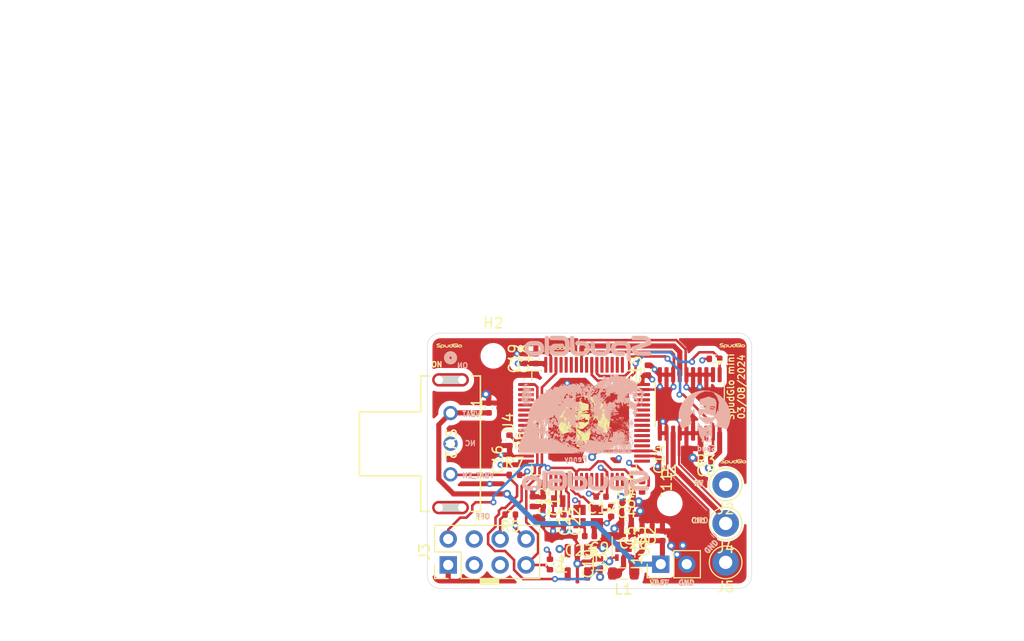
<source format=kicad_pcb>
(kicad_pcb (version 20240108) (generator "pcbnew") (generator_version "8.0")
  (layers (0 "F.Cu" signal) (1 "In1.Cu" power "GND") (2 "In2.Cu" power "PWR") (31 "B.Cu" signal) (34 "B.Paste" user) (35 "F.Paste" user) (36 "B.SilkS" user "B.Silkscreen") (37 "F.SilkS" user "F.Silkscreen") (38 "B.Mask" user) (39 "F.Mask" user) (44 "Edge.Cuts" user))
  (net 0 "")
  (net 1 "GND")
  (net 2 "/OSC48_LO")
  (net 3 "/OSC48_HI")
  (net 4 "/OSC32K_HI")
  (net 5 "/OSC32K_LO")
  (net 6 "+3V3")
  (net 7 "NRST")
  (net 8 "/BOOT0")
  (net 9 "/SWCLK")
  (net 10 "/SWDIO")
  (net 11 "/LVL_EN")
  (net 12 "/LVL_DIR")
  (net 13 "VBAT_EN")
  (net 14 "+5V")
  (net 16 "TIM1_CH1_SHIFT")
  (net 17 "TIM1_CH1")
  (net 60 "Net-(U1-IND)")
  (net 61 "VBAT")
  (footprint "LOGO" (layer "F.Cu") (at 193.128451 59.10577)
    (property "Reference" "G***" (hide yes))
    (property "Value" "LOGO" (hide yes))
  )
  (footprint "Capacitor_SMD:C_0402_1005Metric" (layer "F.Cu") (at 187.452 52.957799 90)
    (property "Reference" "C19")
    (property "Value" "1u")
  )
  (footprint "Capacitor_SMD:C_0402_1005Metric" (layer "F.Cu") (at 199.39 54.09 90)
    (property "Reference" "C15")
    (property "Value" "0.1u" (hide yes))
  )
  (footprint "Connector_PinHeader_2.54mm:PinHeader_1x02_P2.54mm_Vertical" (layer "F.Cu") (at 200.66 73.0758 90)
    (property "Reference" "J1")
    (property "Value" "Conn_01x02_Socket")
  )
  (footprint "Capacitor_SMD:C_0402_1005Metric" (layer "F.Cu") (at 197.3 68.19)
    (property "Reference" "C6")
    (property "Value" "10uF")
  )
  (footprint "Capacitor_SMD:C_0402_1005Metric" (layer "F.Cu") (at 192.74 70.33 180)
    (property "Reference" "C23")
    (property "Value" "6p")
  )
  (footprint "Connector_Pin:Pin_D1.3mm_L11.0mm" (layer "F.Cu") (at 207.01 65.278)
    (property "Reference" "J2")
    (property "Value" "Conn_01x01_Male")
  )
  (footprint "Capacitor_SMD:C_0402_1005Metric" (layer "F.Cu") (at 200.451399 62.2578 -90)
    (property "Reference" "C14")
    (property "Value" "0.1u")
  )
  (footprint "Capacitor_SMD:C_0402_1005Metric" (layer "F.Cu") (at 197.82 65.48 -90)
    (property "Reference" "C11")
    (property "Value" "0.1u")
  )
  (footprint "Resistor_SMD:R_0402_1005Metric" (layer "F.Cu") (at 189.8142 73.103199 -90)
    (property "Reference" "R4")
    (property "Value" "10k")
  )
  (footprint "Capacitor_SMD:C_0402_1005Metric" (layer "F.Cu") (at 185.8718 62.867399 90)
    (property "Reference" "C16")
    (property "Value" "0.1u")
  )
  (footprint "Resistor_SMD:R_0402_1005Metric" (layer "F.Cu") (at 186.3364 64.339599)
    (property "Reference" "R7")
    (property "Value" "100k")
  )
  (footprint "Capacitor_SMD:C_0402_1005Metric" (layer "F.Cu") (at 194.818 66.4718 180)
    (property "Reference" "C17")
    (property "Value" "4.7u")
  )
  (footprint "Resistor_SMD:R_0402_1005Metric" (layer "F.Cu") (at 205.919799 52.9844)
    (property "Reference" "R2" (hide yes))
    (property "Value" "10k")
  )
  (footprint "Capacitor_SMD:C_0402_1005Metric" (layer "F.Cu") (at 188.132401 66.951599 -90)
    (property "Reference" "C12")
    (property "Value" "0.1u")
  )
  (footprint "Package_QFP:LQFP-64_10x10mm_P0.5mm" (layer "F.Cu") (at 193.1524 59.2434 90)
    (property "Reference" "U4")
    (property "Value" "STM32L431RCTx")
  )
  (footprint "Connector_Pin:Pin_D1.3mm_L11.0mm" (layer "F.Cu") (at 207.01 69.088)
    (property "Reference" "J4")
    (property "Value" "Conn_01x01_Male")
  )
  (footprint "Capacitor_SMD:C_0402_1005Metric" (layer "F.Cu") (at 189.123001 66.956799 -90)
    (property "Reference" "C13")
    (property "Value" "0.1u")
  )
  (footprint "LOGO" (layer "F.Cu") (at 179.96 51.7)
    (property "Reference" "G***" (hide yes))
    (property "Value" "LOGO" (hide yes))
  )
  (footprint "Capacitor_SMD:C_0402_1005Metric" (layer "F.Cu") (at 194.7164 73.0276 90)
    (property "Reference" "C10")
    (property "Value" "1u")
  )
  (footprint "MountingHole:MountingHole_2mm" (layer "F.Cu") (at 201.54 67.13)
    (property "Reference" "H1")
    (property "Value" "MountingHole")
  )
  (footprint "Resistor_SMD:R_0402_1005Metric" (layer "F.Cu") (at 205.077601 61.7728 180)
    (property "Reference" "R3")
    (property "Value" "10k")
  )
  (footprint "Capacitor_SMD:C_0402_1005Metric" (layer "F.Cu") (at 197.3 67.21)
    (property "Reference" "C7")
    (property "Value" "4.7uF")
  )
  (footprint "Capacitor_SMD:C_0402_1005Metric" (layer "F.Cu") (at 183.82 57.79 90)
    (property "Reference" "C1")
    (property "Value" "4.7uF")
  )
  (footprint "Resistor_SMD:R_0402_1005Metric" (layer "F.Cu") (at 185.928 68.2244 180)
    (property "Reference" "R5")
    (property "Value" "10k")
  )
  (footprint "Resistor_SMD:R_0402_1005Metric" (layer "F.Cu") (at 198.83 65.499999 90)
    (property "Reference" "R9")
    (property "Value" "10k")
  )
  (footprint "Connector_Pin:Pin_D1.3mm_L11.0mm" (layer "F.Cu") (at 207.01 72.898)
    (property "Reference" "J5")
    (property "Value" "Conn_01x01_Male")
  )
  (footprint "Capacitor_SMD:C_0402_1005Metric" (layer "F.Cu") (at 205.0796 62.7888 180)
    (property "Reference" "C8")
    (property "Value" "0.1u")
  )
  (footprint "Capacitor_SMD:C_0402_1005Metric" (layer "F.Cu") (at 194.6376 70.3326 180)
    (property "Reference" "C9")
    (property "Value" "1u")
  )
  (footprint "Capacitor_SMD:C_0402_1005Metric" (layer "F.Cu") (at 198.83 70.3 90)
    (property "Reference" "C5")
    (property "Value" "4.7uF")
  )
  (footprint "Connector_PinHeader_2.54mm:PinHeader_2x04_P2.54mm_Vertical" (layer "F.Cu") (at 179.8574 73.152 90)
    (property "Reference" "J3")
    (property "Value" "Conn_01x08_Male")
  )
  (footprint "srw_custom:XTAL_ECS-480-8-36-RWN-TR" (layer "F.Cu") (at 193.5598 68.418599 180)
    (property "Reference" "U5" (hide yes))
    (property "Value" "ECS-480-8-36-RWN-TR")
  )
  (footprint "srw_custom:XTAL_ECS-.327-9-1210-TR" (layer "F.Cu") (at 190.627701 66.903399)
    (property "Reference" "U6" (hide yes))
    (property "Value" "ECS-.327-9-1210-TR")
  )
  (footprint "Capacitor_SMD:C_0402_1005Metric" (layer "F.Cu") (at 191.135701 68.729598 -90)
    (property "Reference" "C22")
    (property "Value" "8p")
  )
  (footprint "Resistor_SMD:R_0402_1005Metric" (layer "F.Cu") (at 185.8538 60.961399 -90)
    (property "Reference" "R6")
    (property "Value" "10k")
  )
  (footprint "LOGO" (layer "F.Cu") (at 207.65 51.68)
    (property "Reference" "G***" (hide yes))
    (property "Value" "LOGO" (hide yes))
  )
  (footprint "Package_TO_SOT_SMD:SOT-23-5" (layer "F.Cu") (at 192.5 72.8975 -90)
    (property "Reference" "U3")
    (property "Value" "LP5907MFX-3.3")
  )
  (footprint "Capacitor_SMD:C_0402_1005Metric" (layer "F.Cu") (at 190.119702 68.729599 -90)
    (property "Reference" "C21")
    (property "Value" "8p")
  )
  (footprint "srw_custom:EG1206A_EWI" (layer "F.Cu") (at 180.086 58.288601 -90)
    (property "Reference" "SW2")
    (property "Value" "EG1206A")
    (fp_line (start -3.250001 1.143) (end -3.250001 -1.143) (stroke (width 0.8128)) (layer "Edge.Cuts"))
    (fp_line (start 9.249999 1.143) (end 9.249999 -1.143) (stroke (width 0.8128)) (layer "Edge.Cuts"))
  )
  (footprint "Capacitor_SMD:C_0402_1005Metric" (layer "F.Cu") (at 199.82 70.3 90)
    (property "Reference" "C3")
    (property "Value" "4.7uF")
  )
  (footprint "Package_DFN_QFN:DFN-6-1EP_2x2mm_P0.65mm_EP1x1.6mm" (layer "F.Cu") (at 197.0157 71.3849 -90)
    (property "Reference" "U1")
    (property "Value" "~")
  )
  (footprint "LOGO" (layer "F.Cu") (at 190.84 51.95)
    (property "Reference" "G***" (hide yes))
    (property "Value" "LOGO" (hide yes))
  )
  (footprint "Capacitor_SMD:C_0402_1005Metric" (layer "F.Cu") (at 197.29 69.18)
    (property "Reference" "C4")
    (property "Value" "1uF")
  )
  (footprint "Package_SO:TSSOP-20_4.4x6.5mm_P0.65mm" (layer "F.Cu") (at 203.4938 57.3963 -90)
    (property "Reference" "U2" (hide yes))
    (property "Value" "SN74HCT245PW")
  )
  (footprint "Capacitor_SMD:C_0402_1005Metric" (layer "F.Cu") (at 195.8032 67.923599 -90)
    (property "Reference" "C20")
    (property "Value" "6p")
  )
  (footprint "Inductor_SMD:L_0805_2012Metric" (layer "F.Cu") (at 197.0024 73.9902 180)
    (property "Reference" "L1")
    (property "Value" "LQM21PN1R0MC0")
  )
  (footprint "Capacitor_SMD:C_0402_1005Metric" (layer "F.Cu") (at 188.44 52.960399 90)
    (property "Reference" "C18")
    (property "Value" "0.01u")
  )
  (footprint "LOGO" (layer "F.Cu") (at 207.760001 63.029999)
    (property "Reference" "G***" (hide yes))
    (property "Value" "LOGO" (hide yes))
  )
  (footprint "MountingHole:MountingHole_2mm" (layer "F.Cu") (at 184.27 52.69)
    (property "Reference" "H2")
    (property "Value" "MountingHole")
  )
  (footprint "Capacitor_SMD:C_0402_1005Metric" (layer "F.Cu") (at 200.819999 70.3 90)
    (property "Reference" "C2")
    (property "Value" "4.7uF")
  )
  (footprint "LOGO" (layer "B.Cu") (at 193.589077 51.802607 180)
    (property "Reference" "G***" (hide yes))
    (property "Value" "LOGO" (hide yes))
  )
  (footprint "LOGO" (layer "B.Cu") (at 193.1 58.38 180)
    (property "Reference" "G***" (hide yes))
    (property "Value" "LOGO" (hide yes))
  )
  (footprint "LOGO" (layer "B.Cu") (at 204.94 58.61 180)
    (property "Reference" "G***" (hide yes))
    (property "Value" "LOGO" (hide yes))
  )
  (footprint "LOGO" (layer "B.Cu") (at 193.36 64.99 180)
    (property "Reference" "G***" (hide yes))
    (property "Value" "LOGO" (hide yes))
  )
  (gr_rect (start 182.99 74.47) (end 184.8 75.03) (stroke (width 0.1)) (fill solid) (layer "F.SilkS"))
  (gr_line (start 209.549719 74.194229) (end 209.554229 51.723616) (stroke (width 0.05)) (layer "Edge.Cuts"))
  (gr_arc (start 208.284229 50.46) (mid 209.18 50.829719) (end 209.554229 51.723616) (stroke (width 0.05)) (layer "Edge.Cuts"))
  (gr_line (start 179.085771 75.459719) (end 208.286103 75.464229) (stroke (width 0.05)) (layer "Edge.Cuts"))
  (gr_line (start 177.819687 51.734229) (end 177.815771 74.196103) (stroke (width 0.05)) (layer "Edge.Cuts"))
  (gr_arc (start 179.085771 75.459719) (mid 178.19 75.09) (end 177.815771 74.196103) (stroke (width 0.05)) (layer "Edge.Cuts"))
  (gr_line (start 208.284229 50.46) (end 179.083303 50.464229) (stroke (width 0.05)) (layer "Edge.Cuts"))
  (gr_arc (start 209.549719 74.194229) (mid 209.18 75.09) (end 208.286103 75.464229) (stroke (width 0.05)) (layer "Edge.Cuts"))
  (gr_arc (start 177.819687 51.734229) (mid 178.189406 50.838458) (end 179.083303 50.464229) (stroke (width 0.05)) (layer "Edge.Cuts"))
  (gr_text "GND" (at 203.14 74.91 0) (layer "B.SilkS") (effects (font (size 0.5 0.5) (thickness 0.125)) (justify mirror)))
  (gr_text "VBAT_EN" (at 182.78 64.4 0) (layer "B.SilkS") (effects (font (size 0.5 0.5) (thickness 0.125)) (justify mirror)))
  (gr_text "5V" (at 204.39 65.16 -0) (layer "B.SilkS") (effects (font (size 0.5 0.5) (thickness 0.125)) (justify mirror)))
  (gr_text "VBAT" (at 182.1 58.4 0) (layer "B.SilkS") (effects (font (size 0.5 0.5) (thickness 0.125)) (justify mirror)))
  (gr_text "CH1" (at 204.55 68.79 0) (layer "B.SilkS") (effects (font (size 0.5 0.5) (thickness 0.125)) (justify mirror)))
  (gr_text "ON" (at 181.26 53.65 0) (layer "B.SilkS") (effects (font (size 0.5 0.5) (thickness 0.125)) (justify mirror)))
  (gr_text "GND" (at 205.54 71.34 -135) (layer "B.SilkS") (effects (font (size 0.5 0.5) (thickness 0.125))))
  (gr_text "NC" (at 182.02 61.25 0) (layer "B.SilkS") (effects (font (size 0.5 0.5) (thickness 0.125)) (justify mirror)))
  (gr_text "OFF" (at 183.25 68.4 0) (layer "B.SilkS") (effects (font (size 0.5 0.5) (thickness 0.125)) (justify mirror)))
  (gr_text "Spud" (at 205.13 61.75 0) (layer "B.SilkS") (effects (font (size 0.5 0.5) (thickness 0.125)) (justify mirror)))
  (gr_text "Penny" (at 192.34 62.78 0) (layer "B.SilkS") (effects (font (size 0.5 0.5) (thickness 0.125)) (justify mirror)))
  (gr_text "VBAT" (at 200.61 74.86 0) (layer "B.SilkS") (effects (font (size 0.5 0.5) (thickness 0.125)) (justify mirror)))
  (gr_text "5V" (at 204.37 65.15 0) (layer "F.SilkS") (effects (font (size 0.5 0.5) (thickness 0.125))))
  (gr_text "VBAT" (at 200.46 74.9 0) (layer "F.SilkS") (effects (font (size 0.5 0.5) (thickness 0.125))))
  (gr_text "OFF" (at 183.23 68.49 0) (layer "F.SilkS") (effects (font (size 0.5 0.5) (thickness 0.125))))
  (gr_text "ON" (at 178.74 53.53 0) (layer "F.SilkS") (effects (font (size 0.5 0.5) (thickness 0.125))))
  (gr_text "GND" (at 203.19 74.88 0) (layer "F.SilkS") (effects (font (size 0.5 0.5) (thickness 0.125))))
  (gr_text "CH1" (at 204.4 68.8 0) (layer "F.SilkS") (effects (font (size 0.5 0.5) (thickness 0.125))))
  (gr_text "GND" (at 205.62 71.38 45) (layer "F.SilkS") (effects (font (size 0.5 0.5) (thickness 0.125))))
  (gr_text "SpudGlo mini\n03/08/2024" (at 208.03 55.72 90) (layer "F.SilkS") (effects (font (size 0.65 0.65) (thickness 0.125))))
  (segment (start 197.78 69.17) (end 197.77 69.18) (width 0.5) (layer "F.Cu") (net 1))
  (segment (start 204.567602 61.7728) (end 204.567602 60.357602) (width 0.5) (layer "F.Cu") (net 1))
  (segment (start 205.1188 60.2588) (end 204.4688 60.2588) (width 0.25) (layer "F.Cu") (net 1))
  (segment (start 206.05 70.426098) (end 206.05 71.938) (width 0.25) (layer "F.Cu") (net 1))
  (segment (start 204.4688 55.7288) (end 204.4688 54.5338) (width 0.25) (layer "F.Cu") (net 1))
  (segment (start 204.5996 62.7888) (end 203.9112 62.7888) (width 0.5) (layer "F.Cu") (net 1))
  (segment (start 201.669999 70.481734) (end 201.008265 69.82) (width 0.5) (layer "F.Cu") (net 1))
  (segment (start 185.8538 62.369399) (end 185.8718 62.387399) (width 0.25) (layer "F.Cu") (net 1))
  (segment (start 204.4688 60.2588) (end 203.8188 60.2588) (width 0.25) (layer "F.Cu") (net 1))
  (segment (start 201.8688 54.5338) (end 201.8688 53.6372) (width 0.25) (layer "F.Cu") (net 1))
  (segment (start 203.1688 55.7588) (end 203.1688 54.5338) (width 0.25) (layer "F.Cu") (net 1))
  (segment (start 205.307228 69.683326) (end 206.05 70.426098) (width 0.25) (layer "F.Cu") (net 1))
  (segment (start 205.7688 54.5338) (end 205.1188 54.5338) (width 0.25) (layer "F.Cu") (net 1))
  (segment (start 199.39 53.61) (end 199.645 53.61) (width 0.5) (layer "F.Cu") (net 1))
  (segment (start 188.4374 52.477799) (end 188.44 52.480399) (width 0.5) (layer "F.Cu") (net 1))
  (segment (start 201.713914 52.311486) (end 201.702428 52.3) (width 0.25) (layer "F.Cu") (net 1))
  (segment (start 192.709802 66.925199) (end 192.709802 67.768599) (width 0.2) (layer "F.Cu") (net 1))
  (segment (start 203.9112 62.7888) (end 203.7842 62.6618) (width 0.5) (layer "F.Cu") (net 1))
  (segment (start 198.64 67.87) (end 198.32 68.19) (width 0.5) (layer "F.Cu") (net 1))
  (segment (start 203.0938 52.065027) (end 203.0938 53.8226) (width 0.25) (layer "F.Cu") (net 1))
  (segment (start 202.5188 58.9996) (end 202.5188 60.2588) (width 0.25) (layer "F.Cu") (net 1))
  (segment (start 201.9438 52.9844) (end 201.9438 52.541372) (width 0.25) (layer "F.Cu") (net 1))
  (segment (start 190.119702 69.849799) (end 190.119701 69.209599) (width 0.2) (layer "F.Cu") (net 1))
  (segment (start 200.8632 59.1058) (end 201.2188 59.4614) (width 0.25) (layer "F.Cu") (net 1))
  (segment (start 202.4438 62.4078) (end 202.4438 63.305982) (width 0.2) (layer "F.Cu") (net 1))
  (segment (start 194.9024 64.9184) (end 194.9024 65.89591) (width 0.25) (layer "F.Cu") (net 1))
  (segment (start 200.35 63.51) (end 200.451399 63.408601) (width 0.25) (layer "F.Cu") (net 1))
  (segment (start 189.123001 67.4368) (end 188.1376 67.436799) (width 0.5) (layer "F.Cu") (net 1))
  (segment (start 197.77 69.32) (end 197.7157 69.3743) (width 0.5) (layer "F.Cu") (net 1))
  (segment (start 204.567602 60.357602) (end 204.4688 60.2588) (width 0.5) (layer "F.Cu") (net 1))
  (segment (start 192.5 73.025) (end 192.944815 73.025) (width 0.5) (layer "F.Cu") (net 1))
  (segment (start 201.669999 71.280195) (end 201.703194 71.247) (width 0.5) (layer "F.Cu") (net 1))
  (segment (start 192.842027 51.15) (end 202.178772 51.15) (width 0.25) (layer "F.Cu") (net 1))
  (segment (start 187.594665 63.999061) (end 187.254127 64.339599) (width 0.25) (layer "F.Cu") (net 1))
  (segment (start 185.8538 61.471398) (end 185.8538 62.369399) (width 0.25) (layer "F.Cu") (net 1))
  (segment (start 202.178772 51.15) (end 203.0938 52.065027) (width 0.25) (layer "F.Cu") (net 1))
  (segment (start 183.82 56.71) (end 183.82 57.31) (width 0.5) (layer "F.Cu") (net 1))
  (segment (start 198.641734 69.82) (end 198.126835 70.334899) (width 0.5) (layer "F.Cu") (net 1))
  (segment (start 198.83 69.82) (end 199.82 69.82) (width 0.5) (layer "F.Cu") (net 1))
  (segment (start 201.8688 54.5338) (end 201.2188 54.5338) (width 0.25) (layer "F.Cu") (net 1))
  (segment (start 195.370801 69.068599) (end 194.4098 69.068599) (width 0.25) (layer "F.Cu") (net 1))
  (segment (start 188.1376 67.436799) (end 188.132401 67.4316) (width 0.5) (layer "F.Cu") (net 1))
  (segment (start 191.68 69.92) (end 192.09 70.33) (width 0.25) (layer "F.Cu") (net 1))
  (segment (start 193.5134 52.3) (end 193.5134 52.4684) (width 0.25) (layer "F.Cu") (net 1))
  (segment (start 194.338 66.46031) (end 194.338 66.4718) (width 0.25) (layer "F.Cu") (net 1))
  (segment (start 201.008265 69.82) (end 200.819999 69.82) (width 0.5) (layer "F.Cu") (net 1))
  (segment (start 201.669999 71.280195) (end 201.669999 70.481734) (width 0.5) (layer "F.Cu") (net 1))
  (segment (start 185.0354 62.387399) (end 185.8718 62.387399) (width 0.25) (layer "F.Cu") (net 1))
  (segment (start 204.4688 54.5338) (end 205.1188 54.5338) (width 0.25) (layer "F.Cu") (net 1))
  (segment (start 193.6246 66.174114) (end 194.040314 66.174114) (width 0.25) (layer "F.Cu") (net 1))
  (segment (start 189.9024 53.5684) (end 189.9024 52.725635) (width 0.25) (layer "F.Cu") (net 1))
  (segment (start 201.2938 63.746972) (end 205.307228 67.7604) (width 0.25) (layer "F.Cu") (net 1))
  (segment (start 200.206999 62.4934) (end 198.8274 62.4934) (width 0.25) (layer "F.Cu") (net 1))
  (segment (start 185.9778 62.493401) (end 185.871799 62.3874) (width 0.25) (layer "F.Cu") (net 1))
  (segment (start 201.2938 60.3338) (end 201.2938 63.746972) (width 0.25) (layer "F.Cu") (net 1))
  (segment (start 188.5188 52.401599) (end 188.44 52.480399) (width 0.25) (layer "F.Cu") (net 1))
  (segment (start 195.370801 69.068599) (end 195.8032 68.6362) (width 0.25) (layer "F.Cu") (net 1))
  (segment (start 202.4438 60.5732) (end 202.4438 62.4078) (width 0.25) (layer "F.Cu") (net 1))
  (segment (start 200.5688 55.7276) (end 200.5688 54.5338) (width 0.25) (layer "F.Cu") (net 1))
  (segment (start 192.5 73.025) (end 192.5 71.76) (width 0.5) (layer "F.Cu") (net 1))
  (segment (start 200.303 55.9934) (end 200.5688 55.7276) (width 0.25) (layer "F.Cu") (net 1))
  (segment (start 202.5188 60.2588) (end 202.5188 60.4982) (width 0.25) (layer "F.Cu") (net 1))
  (segment (start 189.578364 52.401599) (end 188.5188 52.401599) (width 0.25) (layer "F.Cu") (net 1))
  (segment (start 199.82 69.82) (end 200.819999 69.82) (width 0.5) (layer "F.Cu") (net 1))
  (segment (start 198.83 69.82) (end 198.641734 69.82) (width 0.5) (layer "F.Cu") (net 1))
  (segment (start 198.32 68.19) (end 197.78 68.19) (width 0.5) (layer "F.Cu") (net 1))
  (segment (start 192.944815 73.025) (end 193.097315 72.8725) (width 0.5) (layer "F.Cu") (net 1))
  (segment (start 202.5188 60.2588) (end 203.1688 60.2588) (width 0.25) (layer "F.Cu") (net 1))
  (segment (start 201.8688 55.6918) (end 201.8688 54.5338) (width 0.25) (layer "F.Cu") (net 1))
  (segment (start 194.040314 66.174114) (end 194.338 66.4718) (width 0.25) (layer "F.Cu") (net 1))
  (segment (start 193.5734 52.3) (end 193.5134 52.3) (width 0.25) (layer "F.Cu") (net 1))
  (segment (start 203.2 73.0758) (end 202.2521 72.1279) (width 0.5) (layer "F.Cu") (net 1))
  (segment (start 200.451399 63.408601) (end 200.451399 62.7378) (width 0.25) (layer "F.Cu") (net 1))
  (segment (start 189.123 68.224199) (end 189.123001 67.4368) (width 0.5) (layer "F.Cu") (net 1))
  (segment (start 200.5688 54.5338) (end 201.2188 54.5338) (width 0.25) (layer "F.Cu") (net 1))
  (segment (start 201.703194 71.247) (end 202.819 71.247) (width 0.5) (layer "F.Cu") (net 1))
  (segment (start 201.2188 60.2588) (end 201.2938 60.3338) (width 0.25) (layer "F.Cu") (net 1))
  (segment (start 189.9024 52.725635) (end 189.578364 52.401599) (width 0.25) (layer "F.Cu") (net 1))
  (segment (start 183.55 56.44) (end 183.82 56.71) (width 0.5) (layer "F.Cu") (net 1))
  (segment (start 202.4438 63.305982) (end 206.528909 67.391091) (width 0.2) (layer "F.Cu") (net 1))
  (segment (start 200.0475 54.0125) (end 200.5688 54.5338) (width 0.5) (layer "F.Cu") (net 1))
  (segment (start 187.254127 64.339599) (end 186.8464 64.339599) (width 0.25) (layer "F.Cu") (net 1))
  (segment (start 204.5996 61.804798) (end 204.567602 61.7728) (width 0.5) (layer "F.Cu") (net 1))
  (segment (start 201.702428 52.3) (end 193.5734 52.3) (width 0.25) (layer "F.Cu") (net 1))
  (segment (start 187.452 52.477799) (end 188.4374 52.477799) (width 0.5) (layer "F.Cu") (net 1))
  (segment (start 197.9676 67.0224) (end 197.9676 66.1076) (width 0.5) (layer "F.Cu") (net 1))
  (segment (start 187.4774 62.4934) (end 185.9778 62.493401) (width 0.25) (layer "F.Cu") (net 1))
  (segment (start 197.77 69.18) (end 197.77 69.32) (width 0.5) (layer "F.Cu") (net 1))
  (segment (start 203.1688 54.5338) (end 203.8188 54.5338) (width 0.25) (layer "F.Cu") (net 1))
  (segment (start 198.21 67.21) (end 198.5 66.92) (width 0.5) (layer "F.Cu") (net 1))
  (segment (start 194.1576 69.320799) (end 194.4098 69.068599) (width 0.5) (layer "F.Cu") (net 1))
  (segment (start 197.9676 66.1076) (end 197.82 65.96) (width 0.5) (layer "F.Cu") (net 1))
  (segment (start 201.9046 55.7276) (end 201.8688 55.6918) (width 0.25) (layer "F.Cu") (net 1))
  (segment (start 202.5188 60.4982) (end 202.4438 60.5732) (width 0.25) (layer "F.Cu") (net 1))
  (segment (start 197.78 68.19) (end 197.78 69.17) (width 0.5) (layer "F.Cu") (net 1))
  (segment (start 197.78 67.21) (end 198.21 67.21) (width 0.5) (layer "F.Cu") (net 1))
  (segment (start 204.5996 62.7888) (end 204.5996 61.804798) (width 0.5) (layer "F.Cu") (net 1))
  (segment (start 192.09 70.33) (end 192.26 70.33) (width 0.25) (layer "F.Cu") (net 1))
  (segment (start 205.307228 67.7604) (end 205.307228 69.683326) (width 0.25) (layer "F.Cu") (net 1))
  (segment (start 194.177583 72.5476) (end 194.7164 72.5476) (width 0.5) (layer "F.Cu") (net 1))
  (segment (start 186.5884 52.477799) (end 187.452 52.477799) (width 0.5) (layer "F.Cu") (net 1))
  (segment (start 194.9024 65.89591) (end 194.338 66.46031) (width 0.25) (layer "F.Cu") (net 1))
  (segment (start 198.126835 70.334899) (end 197.7157 70.334899) (width 0.5) (layer "F.Cu") (net 1))
  (segment (start 199.645 53.61) (end 200.0475 54.0125) (width 0.5) (layer "F.Cu") (net 1))
  (segment (start 206.05 71.938) (end 207.01 72.898) (width 0.25) (layer "F.Cu") (net 1))
  (segment (start 193.097315 72.8725) (end 193.852683 72.8725) (width 0.5) (layer "F.Cu") (net 1))
  (segment (start 197.7157 69.3743) (end 197.7157 70.334899) (width 0.5) (layer "F.Cu") (net 1))
  (segment (start 202.819 71.247) (end 202.2521 71.8139) (width 0.5) (layer "F.Cu") (net 1))
  (segment (start 201.2188 59.4614) (end 201.2188 60.2588) (width 0.25) (layer "F.Cu") (net 1))
  (segment (start 192.3634 51.628627) (end 192.3634 52.4684) (width 0.25) (layer "F.Cu") (net 1))
  (segment (start 201.8688 53.6372) (end 201.9438 53.5622) (width 0.25) (layer "F.Cu") (net 1))
  (segment (start 197.78 67.21) (end 197.78 68.19) (width 0.5) (layer "F.Cu") (net 1))
  (segment (start 194.1576 70.3326) (end 194.1576 69.320799) (width 0.5) (layer "F.Cu") (net 1))
  (segment (start 198.8274 55.9934) (end 200.303 55.9934) (width 0.25) (layer "F.Cu") (net 1))
  (segment (start 201.9438 53.5622) (end 201.9438 52.9844) (width 0.25) (layer "F.Cu") (net 1))
  (segment (start 195.8032 68.6362) (end 195.8032 68.403599) (width 0.25) (layer "F.Cu") (net 1))
  (segment (start 192.576201 66.893198) (end 192.633602 66.950599) (width 0.2) (layer "F.Cu") (net 1))
  (segment (start 200.451399 62.7378) (end 200.206999 62.4934) (width 0.25) (layer "F.Cu") (net 1))
  (segment (start 197.78 67.21) (end 197.9676 67.0224) (width 0.5) (layer "F.Cu") (net 1))
  (segment (start 201.2188 60.2588) (end 200.5688 60.2588) (width 0.25) (layer "F.Cu") (net 1))
  (segment (start 203.8188 60.2588) (end 203.1688 60.2588) (width 0.25) (layer "F.Cu") (net 1))
  (segment (start 193.852683 72.8725) (end 194.177583 72.5476) (width 0.5) (layer "F.Cu") (net 1))
  (segment (start 202.2521 71.8139) (end 202.2521 72.1279) (width 0.5) (layer "F.Cu") (net 1))
  (segment (start 191.135701 69.7675) (end 191.135701 69.209599) (width 0.2) (layer "F.Cu") (net 1))
  (segment (start 201.9438 52.541372) (end 201.713914 52.311486) (width 0.25) (layer "F.Cu") (net 1))
  (segment (start 192.842027 51.15) (end 192.3634 51.628627) (width 0.25) (layer "F.Cu") (net 1))
  (via (at 202.5188 58.9996) (size 0.6) (drill 0.3) (layers "F.Cu" "B.Cu") (net 1))
  (via (at 200.5688 55.7276) (size 0.6) (drill 0.3) (layers "F.Cu" "B.Cu") (net 1))
  (via (at 190.119702 69.849799) (size 0.6) (drill 0.3) (layers "F.Cu" "B.Cu") (net 1))
  (via (at 198.5 66.92) (size 0.8) (drill 0.4) (layers "F.Cu" "B.Cu") (net 1))
  (via (at 189.123 68.224199) (size 0.6) (drill 0.3) (layers "F.Cu" "B.Cu") (net 1))
  (via (at 186.5884 52.477799) (size 0.6) (drill 0.3) (layers "F.Cu" "B.Cu") (net 1))
  (via (at 191.68 69.92) (size 0.6) (drill 0.3) (layers "F.Cu" "B.Cu") (net 1))
  (via (at 201.9046 55.7276) (size 0.6) (drill 0.3) (layers "F.Cu" "B.Cu") (net 1))
  (via (at 191.0026 69.900598) (size 0.6) (drill 0.3) (layers "F.Cu" "B.Cu") (net 1))
  (via (at 200.35 63.51) (size 0.6) (drill 0.3) (layers "F.Cu" "B.Cu") (net 1))
  (via (at 183.92 65.22) (size 0.6) (drill 0.3) (layers "F.Cu" "B.Cu") (net 1))
  (via (at 192.5 73.025) (size 0.8) (drill 0.4) (layers "F.Cu" "B.Cu") (net 1))
  (via (at 202.2521 72.1279) (size 0.8) (drill 0.4) (layers "F.Cu" "B.Cu") (net 1))
  (via (at 202.819 71.247) (size 0.8) (drill 0.4) (layers "F.Cu" "B.Cu") (net 1))
  (via (at 185.0354 62.387399) (size 0.6) (drill 0.3) (layers "F.Cu" "B.Cu") (net 1))
  (via (at 204.4688 55.7288) (size 0.6) (drill 0.3) (layers "F.Cu" "B.Cu") (net 1))
  (via (at 193.6246 66.174114) (size 0.6) (drill 0.3) (layers "F.Cu" "B.Cu") (net 1))
  (via (at 198.64 67.87) (size 0.8) (drill 0.4) (layers "F.Cu" "B.Cu") (net 1))
  (via (at 195.370801 69.068599) (size 0.6) (drill 0.3) (layers "F.Cu" "B.Cu") (net 1))
  (via (at 201.669999 71.280195) (size 0.8) (drill 0.4) (layers "F.Cu" "B.Cu") (net 1))
  (via (at 200.0475 54.0125) (size 0.6) (drill 0.3) (layers "F.Cu" "B.Cu") (net 1))
  (via (at 187.594665 63.999061) (size 0.6) (drill 0.3) (layers "F.Cu" "B.Cu") (net 1))
  (via (at 192.277702 66.828799) (size 0.6) (drill 0.3) (layers "F.Cu" "B.Cu") (net 1))
  (via (at 196.55 62.71) (size 0.6) (drill 0.3) (layers "F.Cu" "B.Cu") (net 1))
  (via (at 200.8632 59.1058) (size 0.6) (drill 0.3) (layers "F.Cu" "B.Cu") (net 1))
  (via (at 183.55 56.44) (size 0.8) (drill 0.4) (layers "F.Cu" "B.Cu") (net 1))
  (via (at 191.5 55.37) (size 0.6) (drill 0.3) (layers "F.Cu" "B.Cu") (net 1))
  (via (at 203.1688 55.7588) (size 0.6) (drill 0.3) (layers "F.Cu" "B.Cu") (net 1))
  (via (at 203.7842 62.6618) (size 0.8) (drill 0.4) (layers "F.Cu" "B.Cu") (net 1))
  (segment (start 192.832986 66.500199) (end 193.0668 66.500199) (width 0.25) (layer "F.Cu") (net 2))
  (segment (start 194.4098 67.768599) (end 195.4782 67.768599) (width 0.25) (layer "F.Cu") (net 2))
  (segment (start 191.902401 64.9184) (end 191.902401 65.781702) (width 0.25) (layer "F.Cu") (net 2))
  (segment (start 195.4782 67.768599) (end 195.8032 67.443599) (width 0.25) (layer "F.Cu") (net 2))
  (segment (start 192.536586 66.203799) (end 192.832986 66.500199) (width 0.25) (layer "F.Cu") (net 2))
  (segment (start 193.0668 66.500199) (end 194.3352 67.768599) (width 0.25) (layer "F.Cu") (net 2))
  (segment (start 192.324498 66.203799) (end 192.536586 66.203799) (width 0.25) (layer "F.Cu") (net 2))
  (segment (start 194.3352 67.768599) (end 194.4098 67.768599) (width 0.25) (layer "F.Cu") (net 2))
  (segment (start 191.902401 65.781702) (end 192.324498 66.203799) (width 0.25) (layer "F.Cu") (net 2))
  (segment (start 191.652702 67.795109) (end 191.770701 67.913108) (width 0.25) (layer "F.Cu") (net 3))
  (segment (start 192.181 69.068599) (end 192.7098 69.068599) (width 0.25) (layer "F.Cu") (net 3))
  (segment (start 191.652702 66.168399) (end 191.652702 67.795109) (width 0.25) (layer "F.Cu") (net 3))
  (segment (start 191.770701 67.913108) (end 191.770701 68.6583) (width 0.25) (layer "F.Cu") (net 3))
  (segment (start 191.4024 64.9184) (end 191.4024 65.918097) (width 0.25) (layer "F.Cu") (net 3))
  (segment (start 191.4024 65.918097) (end 191.652702 66.168399) (width 0.25) (layer "F.Cu") (net 3))
  (segment (start 191.770701 68.6583) (end 192.181 69.068599) (width 0.25) (layer "F.Cu") (net 3))
  (segment (start 193.22 69.578799) (end 192.7098 69.068599) (width 0.25) (layer "F.Cu") (net 3))
  (segment (start 193.22 70.33) (end 193.22 69.578799) (width 0.25) (layer "F.Cu") (net 3))
  (segment (start 190.4024 66.716199) (end 190.2152 66.9034) (width 0.2) (layer "F.Cu") (net 4))
  (segment (start 189.925 68.289798) (end 190.058101 68.1567) (width 0.2) (layer "F.Cu") (net 4))
  (segment (start 190.119701 68.249599) (end 190.119701 66.998899) (width 0.2) (layer "F.Cu") (net 4))
  (segment (start 190.119701 66.998899) (end 190.2152 66.9034) (width 0.2) (layer "F.Cu") (net 4))
  (segment (start 190.4024 64.918399) (end 190.4024 66.716199) (width 0.2) (layer "F.Cu") (net 4))
  (segment (start 191.135701 68.249599) (end 191.135702 66.998898) (width 0.2) (layer "F.Cu") (net 5))
  (segment (start 190.902402 64.918399) (end 190.902402 66.765598) (width 0.2) (layer "F.Cu") (net 5))
  (segment (start 191.135702 66.998898) (end 191.040203 66.903399) (width 0.2) (layer "F.Cu") (net 5))
  (segment (start 190.902402 66.765598) (end 191.040203 66.903399) (width 0.2) (layer "F.Cu") (net 5))
  (segment (start 199.475 64.593399) (end 199.475 65.364998) (width 0.25) (layer "F.Cu") (net 6))
  (segment (start 188.132401 66.471599) (end 188.132401 65.877599) (width 0.5) (layer "F.Cu") (net 6))
  (segment (start 188.1324 66.471601) (end 189.1178 66.471601) (width 0.5) (layer "F.Cu") (net 6))
  (segment (start 195.4024 64.075636) (end 195.4024 64.9184) (width 0.25) (layer "F.Cu") (net 6))
  (segment (start 186.6698 53.437799) (end 187.452 53.437799) (width 0.5) (layer "F.Cu") (net 6))
  (segment (start 189.1178 66.471601) (end 189.122999 66.4768) (width 0.5) (layer "F.Cu") (net 6))
  (segment (start 198.35 63.468399) (end 199.475 64.593399) (width 0.25) (layer "F.Cu") (net 6))
  (segment (start 194.964555 63.8184) (end 195.145164 63.8184) (width 0.25) (layer "F.Cu") (net 6))
  (segment (start 194.7164 73.5076) (end 194.7164 74.3204) (width 0.5) (layer "F.Cu") (net 6))
  (segment (start 185.8718 63.347399) (end 187.223399 63.3474) (width 0.5) (layer "F.Cu") (net 6))
  (segment (start 189.3024 53.468399) (end 189.3024 53.5684) (width 0.5) (layer "F.Cu") (net 6))
  (segment (start 188.4374 53.437799) (end 188.44 53.440399) (width 0.5) (layer "F.Cu") (net 6))
  (segment (start 200.451399 61.7778) (end 200.235799 61.9934) (width 0.25) (layer "F.Cu") (net 6))
  (segment (start 197.867699 63.468399) (end 198.35 63.468399) (width 0.25) (layer "F.Cu") (net 6))
  (segment (start 199.475 65.364998) (end 198.83 66.009998) (width 0.25) (layer "F.Cu") (net 6))
  (segment (start 199.080001 54.57) (end 198.8274 54.822601) (width 0.5) (layer "F.Cu") (net 6))
  (segment (start 189.123 65.0978) (end 189.3024 64.9184) (width 0.5) (layer "F.Cu") (net 6))
  (segment (start 195.298 66.4718) (end 195.4024 66.3674) (width 0.25) (layer "F.Cu") (net 6))
  (segment (start 194.6515 73.5725) (end 194.7164 73.5076) (width 0.5) (layer "F.Cu") (net 6))
  (segment (start 204.8656 52.9844) (end 204.72 53.13) (width 0.25) (layer "F.Cu") (net 6))
  (segment (start 198.8274 54.822601) (end 198.8274 55.3934) (width 0.5) (layer "F.Cu") (net 6))
  (segment (start 186.437999 69.572599) (end 187.4774 70.612) (width 0.25) (layer "F.Cu") (net 6))
  (segment (start 189.8142 71.9642) (end 189.8142 72.5932) (width 0.25) (layer "F.Cu") (net 6))
  (segment (start 195.145164 63.8184) (end 195.4024 64.075636) (width 0.25) (layer "F.Cu") (net 6))
  (segment (start 184.9866 63.347399) (end 185.8718 63.347399) (width 0.5) (layer "F.Cu") (net 6))
  (segment (start 193.449999 74.035) (end 193.912499 73.5725) (width 0.5) (layer "F.Cu") (net 6))
  (segment (start 205.4098 52.9844) (end 204.8656 52.9844) (width 0.25) (layer "F.Cu") (net 6))
  (segment (start 189.505 71.655) (end 189.8142 71.9642) (width 0.25) (layer "F.Cu") (net 6))
  (segment (start 189.122999 66.4768) (end 189.123 65.0978) (width 0.5) (layer "F.Cu") (net 6))
  (segment (start 186.437999 68.2244) (end 186.437999 69.33) (width 0.25) (layer "F.Cu") (net 6))
  (segment (start 188.132401 65.877599) (end 188.29 65.72) (width 0.5) (layer "F.Cu") (net 6))
  (segment (start 193.493392 73.991607) (end 193.449999 74.035) (width 0.5) (layer "F.Cu") (net 6))
  (segment (start 193.930702 62.583993) (end 194.521295 61.9934) (width 0.25) (layer "F.Cu") (net 6))
  (segment (start 193.912499 73.5725) (end 194.6515 73.5725) (width 0.5) (layer "F.Cu") (net 6))
  (segment (start 194.790431 63.644276) (end 194.964555 63.8184) (width 0.25) (layer "F.Cu") (net 6))
  (segment (start 197.559594 63.160294) (end 197.867699 63.468399) (width 0.25) (layer "F.Cu") (net 6))
  (segment (start 195.4024 66.3674) (end 195.4024 64.9184) (width 0.25) (layer "F.Cu") (net 6))
  (segment (start 188.44 53.440399) (end 189.2744 53.440399) (width 0.5) (layer "F.Cu") (net 6))
  (segment (start 194.521295 61.9934) (end 198.8274 61.9934) (width 0.25) (layer "F.Cu") (net 6))
  (segment (start 187.452 53.437799) (end 188.4374 53.437799) (width 0.5) (layer "F.Cu") (net 6))
  (segment (start 200.235799 61.9934) (end 198.8274 61.9934) (width 0.25) (layer "F.Cu") (net 6))
  (segment (start 189.2744 53.440399) (end 189.3024 53.468399) (width 0.5) (layer "F.Cu") (net 6))
  (segment (start 199.39 54.57) (end 199.080001 54.57) (width 0.5) (layer "F.Cu") (net 6))
  (segment (start 187.223399 63.3474) (end 187.4774 63.093399) (width 0.5) (layer "F.Cu") (net 6))
  (segment (start 186.437999 69.33) (end 186.437999 69.572599) (width 0.25) (layer "F.Cu") (net 6))
  (segment (start 199.39 54.57) (end 199.825 55.005) (width 0.5) (layer "F.Cu") (net 6))
  (via (at 193.930702 62.583993) (size 0.8) (drill 0.4) (layers "F.Cu" "B.Cu") (net 6))
  (via (at 199.825 55.005) (size 0.6) (drill 0.3) (layers "F.Cu" "B.Cu") (net 6))
  (via (at 188.29 65.72) (size 0.6) (drill 0.3) (layers "F.Cu" "B.Cu") (net 6))
  (via (at 184.9866 63.347399) (size 0.6) (drill 0.3) (layers "F.Cu" "B.Cu") (net 6))
  (via (at 197.559594 63.160294) (size 0.6) (drill 0.3) (layers "F.Cu" "B.Cu") (net 6))
  (via (at 186.6698 53.437799) (size 0.6) (drill 0.3) (layers "F.Cu" "B.Cu") (net 6))
  (via (at 194.790431 63.644276) (size 0.6) (drill 0.3) (layers "F.Cu" "B.Cu") (net 6))
  (via (at 186.437999 69.33) (size 0.6) (drill 0.3) (layers "F.Cu" "B.Cu") (net 6))
  (via (at 204.72 53.13) (size 0.6) (drill 0.3) (layers "F.Cu" "B.Cu") (net 6))
  (via (at 189.505 71.655) (size 0.6) (drill 0.3) (layers "F.Cu" "B.Cu") (net 6))
  (via (at 194.7164 74.3204) (size 0.8) (drill 0.4) (layers "F.Cu" "B.Cu") (net 6))
  (segment (start 181.637166 68.524) (end 181.036 68.524) (width 0.25) (layer "F.Cu") (net 7))
  (segment (start 192.659636 63.8184) (end 192.4024 64.075636) (width 0.25) (layer "F.Cu") (net 7))
  (segment (start 197.82 65) (end 197.82 64.493237) (width 0.25) (layer "F.Cu") (net 7))
  (segment (start 192.4024 64.075636) (end 192.4024 64.9184) (width 0.25) (layer "F.Cu") (net 7))
  (segment (start 197.82 64.493237) (end 197.145163 63.8184) (width 0.25) (layer "F.Cu") (net 7))
  (segment (start 192.4024 64.075635) (end 192.4024 64.9184) (width 0.25) (layer "F.Cu") (net 7))
  (segment (start 194.520724 63.019276) (end 193.7216 63.8184) (width 0.25) (layer "F.Cu") (net 7))
  (segment (start 198.83 64.99) (end 197.83 64.99) (width 0.25) (layer "F.Cu") (net 7))
  (segment (start 182.2144 67.946766) (end 181.637166 68.524) (width 0.25) (layer "F.Cu") (net 7))
  (segment (start 189.615662 63.659777) (end 191.986542 63.659777) (width 0.25) (layer "F.Cu") (net 7))
  (segment (start 181.036 68.524) (end 179.8574 69.7026) (width 0.25) (layer "F.Cu") (net 7))
  (segment (start 197.83 64.99) (end 197.82 65) (width 0.25) (layer "F.Cu") (net 7))
  (segment (start 195.848439 63.8184) (end 195.049315 63.019276) (width 0.25) (layer "F.Cu") (net 7))
  (segment (start 195.049315 63.019276) (end 194.520724 63.019276) (width 0.25) (layer "F.Cu") (net 7))
  (segment (start 182.54 67.02) (end 182.2144 67.3456) (width 0.25) (layer "F.Cu") (net 7))
  (segment (start 184.28 67.02) (end 182.54 67.02) (width 0.25) (layer "F.Cu") (net 7))
  (segment (start 182.2144 67.3456) (end 182.2144 67.946766) (width 0.25) (layer "F.Cu") (net 7))
  (segment (start 191.986542 63.659777) (end 192.4024 64.075635) (width 0.25) (layer "F.Cu") (net 7))
  (segment (start 197.145163 63.8184) (end 195.848439 63.8184) (width 0.25) (layer "F.Cu") (net 7))
  (segment (start 179.8574 69.7026) (end 179.8574 70.612) (width 0.25) (layer "F.Cu") (net 7))
  (segment (start 193.7216 63.8184) (end 192.659636 63.8184) (width 0.25) (layer "F.Cu") (net 7))
  (via (at 189.615662 63.659777) (size 0.6) (drill 0.3) (layers "F.Cu" "B.Cu") (net 7))
  (via (at 184.28 67.02) (size 0.6) (drill 0.3) (layers "F.Cu" "B.Cu") (net 7))
  (segment (start 184.28 66.429842) (end 184.28 67.02) (width 0.25) (layer "B.Cu") (net 7))
  (segment (start 189.329946 63.374061) (end 187.335781 63.374061) (width 0.25) (layer "B.Cu") (net 7))
  (segment (start 189.615662 63.659777) (end 189.329946 63.374061) (width 0.25) (layer "B.Cu") (net 7))
  (segment (start 187.335781 63.374061) (end 184.28 66.429842) (width 0.25) (layer "B.Cu") (net 7))
  (segment (start 186.3958 60.9934) (end 185.8538 60.4514) (width 0.25) (layer "F.Cu") (net 8))
  (segment (start 187.4774 60.9934) (end 186.3958 60.9934) (width 0.25) (layer "F.Cu") (net 8))
  (segment (start 187.4774 55.493401) (end 188.320165 55.493401) (width 0.25) (layer "F.Cu") (net 9))
  (segment (start 188.5774 63.2636) (end 188.341 63.5) (width 0.25) (layer "F.Cu") (net 9))
  (segment (start 187.047401 65.430209) (end 187.047401 66.852599) (width 0.25) (layer "F.Cu") (net 9))
  (segment (start 184.9374 68.705001) (end 185.418001 68.2244) (width 0.25) (layer "F.Cu") (net 9))
  (segment (start 186.6 67.3) (end 186.342401 67.3) (width 0.25) (layer "F.Cu") (net 9))
  (segment (start 187.047401 66.852599) (end 186.6 67.3) (width 0.25) (layer "F.Cu") (net 9))
  (segment (start 188.341 63.5) (end 188.341 64.13661) (width 0.25) (layer "F.Cu") (net 9))
  (segment (start 188.341 64.13661) (end 187.047401 65.430209) (width 0.25) (layer "F.Cu") (net 9))
  (segment (start 184.9374 70.612) (end 184.9374 68.705001) (width 0.25) (layer "F.Cu") (net 9))
  (segment (start 188.320165 55.493401) (end 188.5774 55.750636) (width 0.25) (layer "F.Cu") (net 9))
  (segment (start 186.342401 67.3) (end 185.418001 68.2244) (width 0.25) (layer "F.Cu") (net 9))
  (segment (start 188.5774 55.750636) (end 188.5774 63.2636) (width 0.25) (layer "F.Cu") (net 9))
  (segment (start 189.0274 63.449996) (end 188.791 63.686396) (width 0.25) (layer "F.Cu") (net 10))
  (segment (start 188.791 64.323006) (end 187.497401 65.616605) (width 0.25) (layer "F.Cu") (net 10))
  (segment (start 189.353002 73.152) (end 189.8142 73.613198) (width 0.25) (layer "F.Cu") (net 10))
  (segment (start 189.0274 55.786164) (end 189.0274 63.449996) (width 0.25) (layer "F.Cu") (net 10))
  (segment (start 187.4774 73.152) (end 189.353002 73.152) (width 0.25) (layer "F.Cu") (net 10))
  (segment (start 188.791 63.686396) (end 188.791 64.323006) (width 0.25) (layer "F.Cu") (net 10))
  (segment (start 190.4024 54.411164) (end 189.0274 55.786164) (width 0.25) (layer "F.Cu") (net 10))
  (segment (start 190.4024 53.5684) (end 190.4024 54.411164) (width 0.25) (layer "F.Cu") (net 10))
  (segment (start 187.497401 68.9703) (end 188.6524 70.125299) (width 0.25) (layer "F.Cu") (net 10))
  (segment (start 188.6524 71.977) (end 187.4774 73.152) (width 0.25) (layer "F.Cu") (net 10))
  (segment (start 187.497401 65.616605) (end 187.497401 68.9703) (width 0.25) (layer "F.Cu") (net 10))
  (segment (start 188.6524 70.125299) (end 188.6524 71.977) (width 0.25) (layer "F.Cu") (net 10))
  (segment (start 197.57 52.89) (end 197.57 54.243563) (width 0.25) (layer "F.Cu") (net 11))
  (segment (start 201.3188 52.97) (end 201.0988 52.75) (width 0.25) (layer "F.Cu") (net 11))
  (segment (start 205.7688 61.5916) (end 205.7688 60.2588) (width 0.25) (layer "F.Cu") (net 11))
  (segment (start 197.145163 54.6684) (end 194.659636 54.6684) (width 0.25) (layer "F.Cu") (net 11))
  (segment (start 205.7688 60.2588) (end 205.7688 59.3988) (width 0.25) (layer "F.Cu") (net 11))
  (segment (start 194.659636 54.6684) (end 194.402399 54.411163) (width 0.25) (layer "F.Cu") (net 11))
  (segment (start 202.85 56.48) (end 202.49 56.48) (width 0.25) (layer "F.Cu") (net 11))
  (segment (start 197.57 54.243563) (end 197.145163 54.6684) (width 0.25) (layer "F.Cu") (net 11))
  (segment (start 201.0988 52.75) (end 197.71 52.75) (width 0.25) (layer "F.Cu") (net 11))
  (segment (start 205.5876 61.7728) (end 205.7688 61.5916) (width 0.25) (layer "F.Cu") (net 11))
  (segment (start 194.402399 54.411163) (end 194.402399 53.5684) (width 0.25) (layer "F.Cu") (net 11))
  (segment (start 205.7688 59.3988) (end 202.85 56.48) (width 0.25) (layer "F.Cu") (net 11))
  (segment (start 197.71 52.75) (end 197.57 52.89) (width 0.25) (layer "F.Cu") (net 11))
  (via (at 202.49 56.48) (size 0.6) (drill 0.3) (layers "F.Cu" "B.Cu") (net 11))
  (via (at 201.3188 52.97) (size 0.6) (drill 0.3) (layers "F.Cu" "B.Cu") (net 11))
  (segment (start 202.5438 54.195) (end 201.3188 52.97) (width 0.25) (layer "B.Cu") (net 11))
  (segment (start 202.5438 56.4262) (end 202.5438 54.195) (width 0.25) (layer "B.Cu") (net 11))
  (segment (start 202.49 56.48) (end 202.5438 56.4262) (width 0.25) (layer "B.Cu") (net 11))
  (segment (start 206.4188 54.5338) (end 206.4188 52.995398) (width 0.25) (layer "F.Cu") (net 12))
  (segment (start 198.195 54.254959) (end 197.331559 55.1184) (width 0.25) (layer "F.Cu") (net 12))
  (segment (start 205.784798 52.3394) (end 206.429798 52.9844) (width 0.25) (layer "F.Cu") (net 12))
  (segment (start 203.7188 53.28) (end 203.7188 53.0512) (width 0.25) (layer "F.Cu") (net 12))
  (segment (start 203.7188 53.0512) (end 204.4306 52.3394) (width 0.25) (layer "F.Cu") (net 12))
  (segment (start 198.195 53.450168) (end 198.195 54.254959) (width 0.25) (layer "F.Cu") (net 12))
  (segment (start 204.4306 52.3394) (end 205.784798 52.3394) (width 0.25) (layer "F.Cu") (net 12))
  (segment (start 194.47324 55.1184) (end 193.9024 54.54756) (width 0.25) (layer "F.Cu") (net 12))
  (segment (start 197.331559 55.1184) (end 194.47324 55.1184) (width 0.25) (layer "F.Cu") (net 12))
  (segment (start 206.4188 52.995398) (end 206.429798 52.9844) (width 0.25) (layer "F.Cu") (net 12))
  (segment (start 193.9024 54.54756) (end 193.9024 53.5684) (width 0.25) (layer "F.Cu") (net 12))
  (via (at 198.195 53.450168) (size 0.6) (drill 0.3) (layers "F.Cu" "B.Cu") (net 12))
  (via (at 203.7188 53.28) (size 0.6) (drill 0.3) (layers "F.Cu" "B.Cu") (net 12))
  (segment (start 199.300168 52.345) (end 198.195 53.450168) (width 0.25) (layer "B.Cu") (net 12))
  (segment (start 201.577684 52.345) (end 199.300168 52.345) (width 0.25) (layer "B.Cu") (net 12))
  (segment (start 202.512684 53.28) (end 201.577684 52.345) (width 0.25) (layer "B.Cu") (net 12))
  (segment (start 203.7188 53.28) (end 202.512684 53.28) (width 0.25) (layer "B.Cu") (net 12))
  (segment (start 184.450699 71.787) (end 185.424101 71.787) (width 0.25) (layer "F.Cu") (net 13))
  (segment (start 184.4874 68.518605) (end 184.4874 69.400299) (width 0.25) (layer "F.Cu") (net 13))
  (segment (start 195.618819 72.796471) (end 195.618819 72.554381) (width 0.25) (layer "F.Cu") (net 13))
  (segment (start 195.618819 72.554381) (end 195.738299 72.434901) (width 0.25) (layer "F.Cu") (net 13))
  (segment (start 185.8264 64.339599) (end 185.8264 64.6164) (width 0.25) (layer "F.Cu") (net 13))
  (segment (start 185.426605 67.5794) (end 185.088721 67.5794) (width 0.25) (layer "F.Cu") (net 13))
  (segment (start 185.8264 64.6164) (end 186.597401 65.387401) (width 0.25) (layer "F.Cu") (net 13))
  (segment (start 187.193699 74.53) (end 190.3 74.53) (width 0.25) (layer "F.Cu") (net 13))
  (segment (start 185.424101 71.787) (end 186.3024 72.665299) (width 0.25) (layer "F.Cu") (net 13))
  (segment (start 184.4874 69.400299) (end 183.7624 70.125299) (width 0.25) (layer "F.Cu") (net 13))
  (segment (start 183.7624 71.098701) (end 184.450699 71.787) (width 0.25) (layer "F.Cu") (net 13))
  (segment (start 186.597401 65.387401) (end 186.597401 66.408604) (width 0.25) (layer "F.Cu") (net 13))
  (segment (start 186.3024 73.638701) (end 187.193699 74.53) (width 0.25) (layer "F.Cu") (net 13))
  (segment (start 185.8264 64.339599) (end 180.137 64.339599) (width 0.25) (layer "F.Cu") (net 13))
  (segment (start 186.3024 72.665299) (end 186.3024 73.638701) (width 0.25) (layer "F.Cu") (net 13))
  (segment (start 185.088721 67.5794) (end 184.823001 67.84512) (width 0.25) (layer "F.Cu") (net 13))
  (segment (start 184.823001 68.183004) (end 184.4874 68.518605) (width 0.25) (layer "F.Cu") (net 13))
  (segment (start 186.597401 66.408604) (end 185.426605 67.5794) (width 0.25) (layer "F.Cu") (net 13))
  (segment (start 180.137 64.339599) (end 180.086 64.288599) (width 0.25) (layer "F.Cu") (net 13))
  (segment (start 195.738299 72.434901) (end 196.3657 72.434901) (width 0.25) (layer "F.Cu") (net 13))
  (segment (start 184.823001 67.84512) (end 184.823001 68.183004) (width 0.25) (layer "F.Cu") (net 13))
  (segment (start 183.7624 70.125299) (end 183.7624 71.098701) (width 0.25) (layer "F.Cu") (net 13))
  (via (at 190.3 74.53) (size 0.6) (drill 0.3) (layers "F.Cu" "B.Cu") (net 13))
  (via (at 195.618819 72.796471) (size 0.8) (drill 0.4) (layers "F.Cu" "B.Cu") (net 13))
  (segment (start 190.3 74.53) (end 193.481495 74.53) (width 0.25) (layer "B.Cu") (net 13))
  (segment (start 193.481495 74.53) (end 195.215024 72.796471) (width 0.25) (layer "B.Cu") (net 13))
  (segment (start 195.215024 72.796471) (end 195.618819 72.796471) (width 0.25) (layer "B.Cu") (net 13))
  (segment (start 191.380001 71.59) (end 191.550001 71.76) (width 0.25) (layer "F.Cu") (net 14))
  (segment (start 196.7992 66.4972) (end 196.977 66.675) (width 0.5) (layer "F.Cu") (net 14))
  (segment (start 205.375 63.655) (end 205.5596 63.4704) (width 0.5) (layer "F.Cu") (net 14))
  (segment (start 196.977 66.675) (end 196.977 67.053) (width 0.5) (layer "F.Cu") (net 14))
  (segment (start 196.82 69.17) (end 196.81 69.18) (width 0.5) (layer "F.Cu") (net 14))
  (segment (start 196.118799 69.593155) (end 196.82 68.891954) (width 0.5) (layer "F.Cu") (net 14))
  (segment (start 193.449999 71.548201) (end 193.9056 71.0926) (width 0.5) (layer "F.Cu") (net 14))
  (segment (start 195.6407 70.865366) (end 195.6407 70.3099) (width 0.75) (layer "F.Cu") (net 14))
  (segment (start 196.977 67.053) (end 196.82 67.21) (width 0.5) (layer "F.Cu") (net 14))
  (segment (start 195.6407 70.3099) (end 196.3657 70.3099) (width 0.75) (layer "F.Cu") (net 14))
  (segment (start 194.979666 71.5264) (end 195.6407 70.865366) (width 0.75) (layer "F.Cu") (net 14))
  (segment (start 195.1176 70.3326) (end 195.2199 70.4349) (width 0.5) (layer "F.Cu") (net 14))
  (segment (start 205.5596 63.4704) (end 205.5596 62.7888) (width 0.5) (layer "F.Cu") (net 14))
  (segment (start 205.722656 62.7888) (end 205.5596 62.7888) (width 0.5) (layer "F.Cu") (net 14))
  (segment (start 194.979666 71.5264) (end 194.634254 71.180988) (width 0.75) (layer "F.Cu") (net 14))
  (segment (start 197.0157 70.3349) (end 196.365701 70.3349) (width 0.5) (layer "F.Cu") (net 14))
  (segment (start 194.545866 71.0926) (end 195.1176 70.520866) (width 0.5) (layer "F.Cu") (net 14))
  (segment (start 196.5043 70.4349) (end 196.81 70.1292) (width 0.5) (layer "F.Cu") (net 14))
  (segment (start 196.82 68.19) (end 196.82 69.17) (width 0.5) (layer "F.Cu") (net 14))
  (segment (start 206.4188 60.2588) (end 206.4188 62.092656) (width 0.5) (layer "F.Cu") (net 14))
  (segment (start 196.81 70.1292) (end 197.0157 70.3349) (width 0.5) (layer "F.Cu") (net 14))
  (segment (start 193.9056 71.0926) (end 194.545866 71.0926) (width 0.5) (layer "F.Cu") (net 14))
  (segment (start 196.81 69.18) (end 196.81 70.1292) (width 0.5) (layer "F.Cu") (net 14))
  (segment (start 190.76 71.59) (end 191.380001 71.59) (width 0.25) (layer "F.Cu") (net 14))
  (segment (start 196.82 67.21) (end 196.82 68.19) (width 0.5) (layer "F.Cu") (net 14))
  (segment (start 193.449999 71.76) (end 193.449999 71.548201) (width 0.5) (layer "F.Cu") (net 14))
  (segment (start 195.1176 70.520866) (end 195.1176 70.3326) (width 0.5) (layer "F.Cu") (net 14))
  (segment (start 196.82 68.891954) (end 196.82 68.19) (width 0.5) (layer "F.Cu") (net 14))
  (segment (start 196.365701 70.3349) (end 196.3657 70.334899) (width 0.5) (layer "F.Cu") (net 14))
  (segment (start 195.2199 70.4349) (end 196.5043 70.4349) (width 0.5) (layer "F.Cu") (net 14))
  (segment (start 206.4188 62.092656) (end 205.722656 62.7888) (width 0.5) (layer "F.Cu") (net 14))
  (via (at 194.979666 71.5264) (size 0.8) (drill 0.4) (layers "F.Cu" "B.Cu") (net 14))
  (via (at 196.118799 69.593155) (size 0.8) (drill 0.4) (layers "F.Cu" "B.Cu") (net 14))
  (via (at 190.76 71.59) (size 0.8) (drill 0.4) (layers "F.Cu" "B.Cu") (net 14))
  (via (at 196.7992 66.4972) (size 0.8) (drill 0.4) (layers "F.Cu" "B.Cu") (net 14))
  (via (at 205.375 63.655) (size 0.8) (drill 0.4) (layers "F.Cu" "B.Cu") (net 14))
  (segment (start 201.8688 60.2588) (end 201.8688 63.5088) (width 0.5) (layer "F.Cu") (net 16))
  (segment (start 207.01 68.65) (end 207.01 69.088) (width 0.5) (layer "F.Cu") (net 16))
  (segment (start 201.8688 63.5088) (end 207.01 68.65) (width 0.5) (layer "F.Cu") (net 16))
  (segment (start 201.9406 51.725) (end 193.0802 51.725) (width 0.5) (layer "F.Cu") (net 17))
  (segment (start 192.9384 51.8668) (end 192.9384 52.512858) (width 0.5) (layer "F.Cu") (net 17))
  (segment (start 192.9024 53.5684) (end 192.9024 52.548858) (width 0.25) (layer "F.Cu") (net 17))
  (segment (start 192.9024 52.548858) (end 192.9384 52.512858) (width 0.25) (layer "F.Cu") (net 17))
  (segment (start 193.0802 51.725) (end 192.9384 51.8668) (width 0.5) (layer "F.Cu") (net 17))
  (segment (start 202.5188 54.5338) (end 202.5188 52.3032) (width 0.5) (layer "F.Cu") (net 17))
  (segment (start 202.5188 52.3032) (end 201.9406 51.725) (width 0.5) (layer "F.Cu") (net 17))
  (segment (start 195.9399 73.9902) (end 196.377399 73.9902) (width 1) (layer "F.Cu") (net 60))
  (segment (start 197.0157 73.351899) (end 196.377399 73.9902) (width 0.5) (layer "F.Cu") (net 60))
  (segment (start 197.0157 72.4349) (end 197.0157 73.351899) (width 0.5) (layer "F.Cu") (net 60))
  (segment (start 198.165699 72.434901) (end 197.7157 72.434901) (width 0.5) (layer "F.Cu") (net 61))
  (segment (start 198.83 70.78) (end 198.83 71.7706) (width 0.5) (layer "F.Cu") (net 61))
  (segment (start 180.373176 66.2) (end 185.61 66.2) (width 0.5) (layer "F.Cu") (net 61))
  (segment (start 198.0649 72.834101) (end 197.9657 72.734901) (width 1) (layer "F.Cu") (net 61))
  (segment (start 180.104601 58.27) (end 180.086 58.288601) (width 0.5) (layer "F.Cu") (net 61))
  (segment (start 200.819999 72.915801) (end 200.66 73.0758) (width 0.5) (layer "F.Cu") (net 61))
  (segment (start 198.0649 73.9902) (end 198.0649 72.834101) (width 1) (layer "F.Cu") (net 61))
  (segment (start 178.9375 64.764324) (end 180.373176 66.2) (width 0.5) (layer "F.Cu") (net 61))
  (segment (start 180.086 58.288601) (end 178.9375 59.437101) (width 0.5) (layer "F.Cu") (net 61))
  (segment (start 200.819999 70.78) (end 199.82 70.78) (width 0.5) (layer "F.Cu") (net 61))
  (segment (start 183.82 58.27) (end 180.104601 58.27) (width 0.5) (layer "F.Cu") (net 61))
  (segment (start 198.83 71.7706) (end 198.165699 72.434901) (width 0.5) (layer "F.Cu") (net 61))
  (segment (start 178.9375 59.437101) (end 178.9375 64.764324) (width 0.5) (layer "F.Cu") (net 61))
  (segment (start 198.83 70.78) (end 199.82 70.78) (width 0.5) (layer "F.Cu") (net 61))
  (segment (start 200.819999 70.78) (end 200.819999 72.915801) (width 0.5) (layer "F.Cu") (net 61))
  (via (at 185.61 66.2) (size 0.8) (drill 0.4) (layers "F.Cu" "B.Cu") (net 61))
  (segment (start 198.254941 73.0758) (end 200.66 73.0758) (width 0.5) (layer "B.Cu") (net 61))
  (segment (start 194.27894 69.099799) (end 198.254941 73.0758) (width 0.5) (layer "B.Cu") (net 61))
  (segment (start 185.61 66.2) (end 188.509799 69.099799) (width 0.5) (layer "B.Cu") (net 61))
  (segment (start 188.509799 69.099799) (end 194.27894 69.099799) (width 0.5) (layer "B.Cu") (net 61))
  (zone (net 1) (net_name "GND") (layer "F.Cu") (priority 6) (connect_pads (clearance 0.5)) (min_thickness 0.25) (fill yes (thermal_gap 0.5) (thermal_bridge_width 0.5))
    (polygon (pts (xy 173.83 47.23) (xy 173.89 76.8) (xy 217.03 77.88) (xy 215.89 44.17)))
  )
)
</source>
